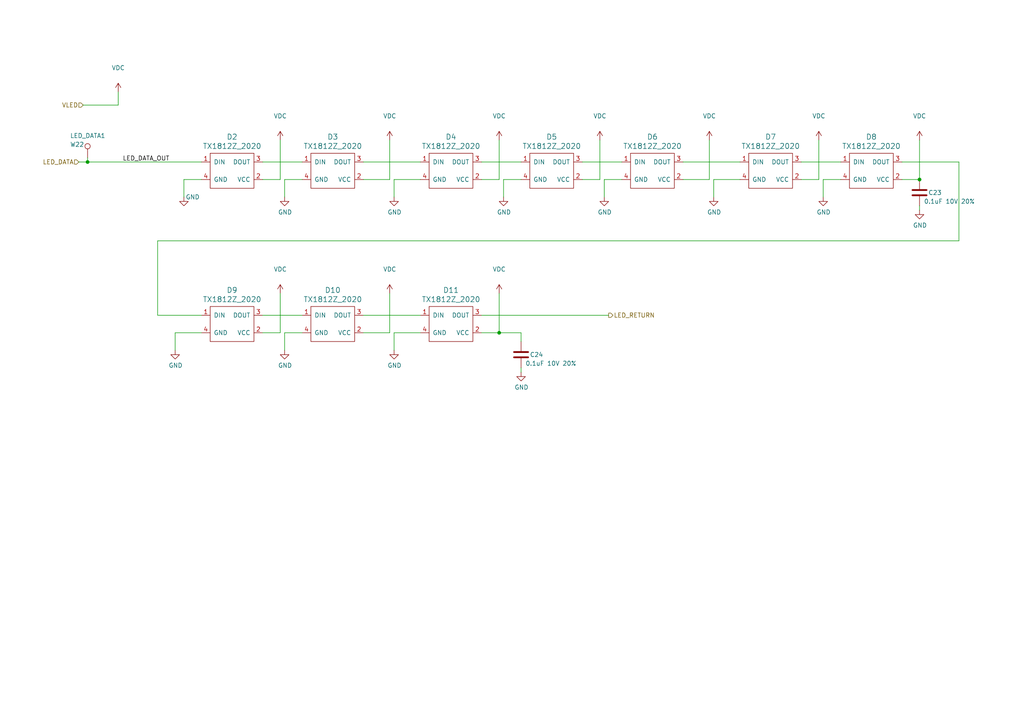
<source format=kicad_sch>
(kicad_sch (version 20211123) (generator eeschema)
  (paper "A4")
  (title_block (title "Pixels D20 Schematic, LEDs") (date "2020-04-13") (rev "2") (company "Systemic Games, LLC"))
  (lib_symbols
    (symbol "Device:C" (pin_numbers hide) (pin_names (offset 0.254))
      (property "Reference" "C" (at 0.635 2.54 0))
      (property "Value" "C" (at 0.635 -2.54 0))
      (symbol "C_0_1"
        (polyline (pts (xy -2.032 -0.762) (xy 2.032 -0.762)) (stroke (width 0.508)))
        (polyline (pts (xy -2.032 0.762) (xy 2.032 0.762)) (stroke (width 0.508)))
      )
      (symbol "C_1_1"
        (pin passive line (at 0 3.81 270) (length 2.794) (name "~") (number "1"))
        (pin passive line (at 0 -3.81 90) (length 2.794) (name "~") (number "2"))
      )
    )
    (symbol "Pixels-dice:TEST_1P-conn" (pin_numbers hide) (pin_names (offset 0.762) hide)
      (property "Reference" "W" (at 0 6.858 0))
      (property "Value" "TEST_1P-conn" (at 0 5.08 0))
      (symbol "TEST_1P-conn_0_1"
        (circle (center 0 3.302) (radius 0.762))
      )
      (symbol "TEST_1P-conn_1_1"
        (pin passive line (at 0 0 90) (length 2.54) (name "1") (number "1"))
      )
    )
    (symbol "Pixels-dice:TX1812Z_2020" (pin_names (offset 1.016))
      (property "Reference" "D" (at 0 -6.35 0))
      (property "Value" "TX1812Z_2020" (at 0 6.35 0))
      (symbol "TX1812Z_2020_0_1"
        (rectangle (start -6.35 5.08) (end 6.35 -5.08))
      )
      (symbol "TX1812Z_2020_1_1"
        (pin input line (at -8.89 2.54 0) (length 2.54) (name "DIN") (number "1"))
        (pin power_in line (at 8.89 -2.54 180) (length 2.54) (name "VCC") (number "2"))
        (pin output line (at 8.89 2.54 180) (length 2.54) (name "DOUT") (number "3"))
        (pin power_in line (at -8.89 -2.54 0) (length 2.54) (name "GND") (number "4"))
      )
    )
    (symbol "power:GND" (power) (pin_names (offset 0))
      (property "Value" "GND" (at 0 -3.81 0))
      (symbol "GND_0_1"
        (polyline (pts (xy 0 0) (xy 0 -1.27) (xy 1.27 -1.27) (xy 0 -2.54) (xy -1.27 -1.27) (xy 0 -1.27)))
      )
      (symbol "GND_1_1"
        (pin power_in line (at 0 0 270) (length 0) hide (name "GND") (number "1"))
      )
    )
    (symbol "power:VDC" (power) (pin_names (offset 0))
      (property "Value" "VDC" (at 0 6.35 0))
      (symbol "VDC_0_1"
        (polyline (pts (xy -0.762 1.27) (xy 0 2.54)))
        (polyline (pts (xy 0 0) (xy 0 2.54)))
        (polyline (pts (xy 0 2.54) (xy 0.762 1.27)))
      )
      (symbol "VDC_1_1"
        (pin power_in line (at 0 0 90) (length 0) hide (name "VDC") (number "1"))
      )
    )
  )
  (junction (at 25.4 46.99))
  (junction (at 144.78 96.52))
  (junction (at 266.7 52.07))
  (wire (pts (xy 144.78 96.52) (xy 151.13 96.52)))
  (wire (pts (xy 76.2 91.44) (xy 87.63 91.44)))
  (wire (pts (xy 105.41 52.07) (xy 113.03 52.07)))
  (wire (pts (xy 278.13 69.85) (xy 45.72 69.85)))
  (wire (pts (xy 53.34 52.07) (xy 53.34 57.15)))
  (wire (pts (xy 207.01 52.07) (xy 207.01 57.15)))
  (wire (pts (xy 151.13 99.06) (xy 151.13 96.52)))
  (wire (pts (xy 278.13 46.99) (xy 278.13 69.85)))
  (wire (pts (xy 81.28 85.09) (xy 81.28 96.52)))
  (wire (pts (xy 175.26 52.07) (xy 175.26 57.15)))
  (wire (pts (xy 266.7 59.69) (xy 266.7 60.96)))
  (wire (pts (xy 205.74 40.64) (xy 205.74 52.07)))
  (wire (pts (xy 238.76 57.15) (xy 238.76 52.07)))
  (wire (pts (xy 168.91 52.07) (xy 173.99 52.07)))
  (wire (pts (xy 232.41 52.07) (xy 237.49 52.07)))
  (wire (pts (xy 114.3 52.07) (xy 114.3 57.15)))
  (wire (pts (xy 198.12 52.07) (xy 205.74 52.07)))
  (wire (pts (xy 151.13 106.68) (xy 151.13 107.95)))
  (wire (pts (xy 114.3 96.52) (xy 121.92 96.52)))
  (wire (pts (xy 25.4 45.72) (xy 25.4 46.99)))
  (wire (pts (xy 76.2 46.99) (xy 87.63 46.99)))
  (wire (pts (xy 232.41 46.99) (xy 243.84 46.99)))
  (wire (pts (xy 50.8 96.52) (xy 58.42 96.52)))
  (wire (pts (xy 53.34 52.07) (xy 58.42 52.07)))
  (wire (pts (xy 45.72 69.85) (xy 45.72 91.44)))
  (wire (pts (xy 34.29 30.48) (xy 34.29 26.67)))
  (wire (pts (xy 105.41 91.44) (xy 121.92 91.44)))
  (wire (pts (xy 198.12 46.99) (xy 214.63 46.99)))
  (wire (pts (xy 139.7 96.52) (xy 144.78 96.52)))
  (wire (pts (xy 139.7 52.07) (xy 144.78 52.07)))
  (wire (pts (xy 266.7 40.64) (xy 266.7 52.07)))
  (wire (pts (xy 114.3 96.52) (xy 114.3 101.6)))
  (wire (pts (xy 25.4 46.99) (xy 58.42 46.99)))
  (wire (pts (xy 105.41 96.52) (xy 113.03 96.52)))
  (wire (pts (xy 146.05 57.15) (xy 146.05 52.07)))
  (wire (pts (xy 113.03 40.64) (xy 113.03 52.07)))
  (wire (pts (xy 144.78 40.64) (xy 144.78 52.07)))
  (wire (pts (xy 261.62 52.07) (xy 266.7 52.07)))
  (wire (pts (xy 139.7 46.99) (xy 151.13 46.99)))
  (wire (pts (xy 82.55 52.07) (xy 87.63 52.07)))
  (wire (pts (xy 139.7 91.44) (xy 176.53 91.44)))
  (wire (pts (xy 105.41 46.99) (xy 121.92 46.99)))
  (wire (pts (xy 114.3 52.07) (xy 121.92 52.07)))
  (wire (pts (xy 45.72 91.44) (xy 58.42 91.44)))
  (wire (pts (xy 175.26 52.07) (xy 180.34 52.07)))
  (wire (pts (xy 146.05 52.07) (xy 151.13 52.07)))
  (wire (pts (xy 168.91 46.99) (xy 180.34 46.99)))
  (wire (pts (xy 22.86 46.99) (xy 25.4 46.99)))
  (wire (pts (xy 76.2 52.07) (xy 81.28 52.07)))
  (wire (pts (xy 237.49 40.64) (xy 237.49 52.07)))
  (wire (pts (xy 113.03 85.09) (xy 113.03 96.52)))
  (wire (pts (xy 173.99 40.64) (xy 173.99 52.07)))
  (wire (pts (xy 261.62 46.99) (xy 278.13 46.99)))
  (wire (pts (xy 81.28 40.64) (xy 81.28 52.07)))
  (wire (pts (xy 82.55 101.6) (xy 82.55 96.52)))
  (wire (pts (xy 207.01 52.07) (xy 214.63 52.07)))
  (wire (pts (xy 24.13 30.48) (xy 34.29 30.48)))
  (wire (pts (xy 82.55 57.15) (xy 82.55 52.07)))
  (wire (pts (xy 82.55 96.52) (xy 87.63 96.52)))
  (wire (pts (xy 238.76 52.07) (xy 243.84 52.07)))
  (wire (pts (xy 76.2 96.52) (xy 81.28 96.52)))
  (wire (pts (xy 50.8 96.52) (xy 50.8 101.6)))
  (wire (pts (xy 144.78 85.09) (xy 144.78 96.52)))
  (label "LED_DATA_OUT" (at 35.56 46.99 0))
  (hierarchical_label "LED_DATA" (shape input) (at 22.86 46.99 180))
  (hierarchical_label "LED_RETURN" (shape output) (at 176.53 91.44 0))
  (hierarchical_label "VLED" (shape input) (at 24.13 30.48 180))
  (symbol (lib_id "Pixels-dice:TEST_1P-conn") (at 25.4 45.72 0) (unit 1)
    (property "Reference" "W22" (at 20.32 41.91 0) (effects (justify left)))
    (property "Value" "LED_DATA1" (at 20.32 39.37 0) (effects (justify left)))
    (property "Footprint" "Pixels-dice:TEST_PIN" (effects hide))
    (property "Generic OK" "N/A" (effects hide))
  )
  (symbol (lib_id "power:VDC") (at 34.29 26.67 0) (unit 1)
    (property "Reference" "#PWR0102" (effects hide))
    (property "Value" "VDC" (at 34.29 19.685 0))
  )
  (symbol (lib_id "power:VDC") (at 81.28 40.64 0) (unit 1)
    (property "Reference" "#PWR0103" (effects hide))
    (property "Value" "VDC" (at 81.28 33.655 0))
  )
  (symbol (lib_id "power:VDC") (at 113.03 40.64 0) (unit 1)
    (property "Reference" "#PWR0104" (effects hide))
    (property "Value" "VDC" (at 113.03 33.655 0))
  )
  (symbol (lib_id "power:GND") (at 53.34 57.15 0) (unit 1)
    (property "Reference" "#PWR0105" (effects hide))
    (property "Value" "GND" (at 55.88 57.15 0))
  )
  (symbol (lib_id "power:GND") (at 82.55 57.15 0) (unit 1)
    (property "Reference" "#PWR0106" (effects hide))
    (property "Value" "GND" (at 82.677 61.5442 0))
  )
  (symbol (lib_id "power:VDC") (at 144.78 40.64 0) (unit 1)
    (property "Reference" "#PWR0107" (effects hide))
    (property "Value" "VDC" (at 144.78 33.655 0))
  )
  (symbol (lib_id "power:VDC") (at 173.99 40.64 0) (unit 1)
    (property "Reference" "#PWR0108" (effects hide))
    (property "Value" "VDC" (at 173.99 33.655 0))
  )
  (symbol (lib_id "power:GND") (at 114.3 57.15 0) (unit 1)
    (property "Reference" "#PWR0109" (effects hide))
    (property "Value" "GND" (at 114.427 61.5442 0))
  )
  (symbol (lib_id "power:GND") (at 146.05 57.15 0) (unit 1)
    (property "Reference" "#PWR0110" (effects hide))
    (property "Value" "GND" (at 146.177 61.5442 0))
  )
  (symbol (lib_id "power:VDC") (at 205.74 40.64 0) (unit 1)
    (property "Reference" "#PWR0111" (effects hide))
    (property "Value" "VDC" (at 205.74 33.655 0))
  )
  (symbol (lib_id "power:VDC") (at 237.49 40.64 0) (unit 1)
    (property "Reference" "#PWR0112" (effects hide))
    (property "Value" "VDC" (at 237.49 33.655 0))
  )
  (symbol (lib_id "power:VDC") (at 266.7 40.64 0) (unit 1)
    (property "Reference" "#PWR0113" (effects hide))
    (property "Value" "VDC" (at 266.7 33.655 0))
  )
  (symbol (lib_id "power:GND") (at 207.01 57.15 0) (unit 1)
    (property "Reference" "#PWR0114" (effects hide))
    (property "Value" "GND" (at 207.137 61.5442 0))
  )
  (symbol (lib_id "power:GND") (at 238.76 57.15 0) (unit 1)
    (property "Reference" "#PWR0115" (effects hide))
    (property "Value" "GND" (at 238.887 61.5442 0))
  )
  (symbol (lib_id "power:GND") (at 175.26 57.15 0) (unit 1)
    (property "Reference" "#PWR0116" (effects hide))
    (property "Value" "GND" (at 175.387 61.5442 0))
  )
  (symbol (lib_id "power:VDC") (at 81.28 85.09 0) (unit 1)
    (property "Reference" "#PWR0117" (effects hide))
    (property "Value" "VDC" (at 81.28 78.105 0))
  )
  (symbol (lib_id "power:VDC") (at 113.03 85.09 0) (unit 1)
    (property "Reference" "#PWR0118" (effects hide))
    (property "Value" "VDC" (at 113.03 78.105 0))
  )
  (symbol (lib_id "power:GND") (at 50.8 101.6 0) (unit 1)
    (property "Reference" "#PWR0119" (effects hide))
    (property "Value" "GND" (at 50.927 105.9942 0))
  )
  (symbol (lib_id "power:GND") (at 82.55 101.6 0) (unit 1)
    (property "Reference" "#PWR0120" (effects hide))
    (property "Value" "GND" (at 82.677 105.9942 0))
  )
  (symbol (lib_id "power:VDC") (at 144.78 85.09 0) (unit 1)
    (property "Reference" "#PWR019" (effects hide))
    (property "Value" "VDC" (at 144.78 78.105 0))
  )
  (symbol (lib_id "power:GND") (at 114.3 101.6 0) (unit 1)
    (property "Reference" "#PWR0122" (effects hide))
    (property "Value" "GND" (at 114.427 105.9942 0))
  )
  (symbol (lib_id "Device:C") (at 266.7 55.88 0) (unit 1)
    (property "Reference" "C23" (at 269.24 55.88 0) (effects (justify left)))
    (property "Value" "0.1uF 10V 20%" (at 267.97 58.42 0) (effects (justify left)))
    (property "Footprint" "Capacitor_SMD:C_0402_1005Metric" (effects hide))
    (property "Generic OK" "YES" (effects hide))
    (property "Pixels Part Number" "SMD-C005" (effects hide))
    (property "Manufacturer" "Murata" (effects hide))
    (property "Manufacturer Part Number" "GRM155R61H104KE19D" (effects hide))
  )
  (symbol (lib_id "power:GND") (at 266.7 60.96 0) (unit 1)
    (property "Reference" "#PWR0140" (effects hide))
    (property "Value" "GND" (at 266.827 65.3542 0))
  )
  (symbol (lib_id "Device:C") (at 151.13 102.87 0) (unit 1)
    (property "Reference" "C24" (at 153.67 102.87 0) (effects (justify left)))
    (property "Value" "0.1uF 10V 20%" (at 152.4 105.41 0) (effects (justify left)))
    (property "Footprint" "Capacitor_SMD:C_0402_1005Metric" (effects hide))
    (property "Generic OK" "YES" (effects hide))
    (property "Pixels Part Number" "SMD-C005" (effects hide))
    (property "Manufacturer" "Murata" (effects hide))
    (property "Manufacturer Part Number" "GRM155R61H104KE19D" (effects hide))
  )
  (symbol (lib_id "power:GND") (at 151.13 107.95 0) (unit 1)
    (property "Reference" "#PWR0141" (effects hide))
    (property "Value" "GND" (at 151.257 112.3442 0))
  )
  (symbol (lib_id "Pixels-dice:TX1812Z_2020") (at 67.31 49.53 0) (unit 1)
    (property "Reference" "D2" (at 67.31 39.7002 0) (effects (font (size 1.524 1.524))))
    (property "Value" "TX1812Z_2020" (at 67.31 42.3926 0) (effects (font (size 1.524 1.524))))
    (property "Footprint" "Pixels-dice:TX1812Z_2020" (effects hide))
    (property "Manufacturer" "TCWIN" (effects hide))
    (property "Manufacturer Part Number" "TX1812Z 2020" (effects hide))
    (property "Pixels Part Number" "SMD-D002-ALT2" (effects hide))
    (property "Generic OK" "NO" (effects hide))
  )
  (symbol (lib_id "Pixels-dice:TX1812Z_2020") (at 96.52 49.53 0) (unit 1)
    (property "Reference" "D3" (at 96.52 39.7002 0) (effects (font (size 1.524 1.524))))
    (property "Value" "TX1812Z_2020" (at 96.52 42.3926 0) (effects (font (size 1.524 1.524))))
    (property "Footprint" "Pixels-dice:TX1812Z_2020" (effects hide))
    (property "Manufacturer" "TCWIN" (effects hide))
    (property "Manufacturer Part Number" "TX1812Z 2020" (effects hide))
    (property "Pixels Part Number" "SMD-D002-ALT2" (effects hide))
    (property "Generic OK" "NO" (effects hide))
  )
  (symbol (lib_id "Pixels-dice:TX1812Z_2020") (at 130.81 49.53 0) (unit 1)
    (property "Reference" "D4" (at 130.81 39.7002 0) (effects (font (size 1.524 1.524))))
    (property "Value" "TX1812Z_2020" (at 130.81 42.3926 0) (effects (font (size 1.524 1.524))))
    (property "Footprint" "Pixels-dice:TX1812Z_2020" (effects hide))
    (property "Manufacturer" "TCWIN" (effects hide))
    (property "Manufacturer Part Number" "TX1812Z 2020" (effects hide))
    (property "Pixels Part Number" "SMD-D002-ALT2" (effects hide))
    (property "Generic OK" "NO" (effects hide))
  )
  (symbol (lib_id "Pixels-dice:TX1812Z_2020") (at 160.02 49.53 0) (unit 1)
    (property "Reference" "D5" (at 160.02 39.7002 0) (effects (font (size 1.524 1.524))))
    (property "Value" "TX1812Z_2020" (at 160.02 42.3926 0) (effects (font (size 1.524 1.524))))
    (property "Footprint" "Pixels-dice:TX1812Z_2020" (effects hide))
    (property "Manufacturer" "TCWIN" (effects hide))
    (property "Manufacturer Part Number" "TX1812Z 2020" (effects hide))
    (property "Pixels Part Number" "SMD-D002-ALT2" (effects hide))
    (property "Generic OK" "NO" (effects hide))
  )
  (symbol (lib_id "Pixels-dice:TX1812Z_2020") (at 189.23 49.53 0) (unit 1)
    (property "Reference" "D6" (at 189.23 39.7002 0) (effects (font (size 1.524 1.524))))
    (property "Value" "TX1812Z_2020" (at 189.23 42.3926 0) (effects (font (size 1.524 1.524))))
    (property "Footprint" "Pixels-dice:TX1812Z_2020" (effects hide))
    (property "Manufacturer" "TCWIN" (effects hide))
    (property "Manufacturer Part Number" "TX1812Z 2020" (effects hide))
    (property "Pixels Part Number" "SMD-D002-ALT2" (effects hide))
    (property "Generic OK" "NO" (effects hide))
  )
  (symbol (lib_id "Pixels-dice:TX1812Z_2020") (at 223.52 49.53 0) (unit 1)
    (property "Reference" "D7" (at 223.52 39.7002 0) (effects (font (size 1.524 1.524))))
    (property "Value" "TX1812Z_2020" (at 223.52 42.3926 0) (effects (font (size 1.524 1.524))))
    (property "Footprint" "Pixels-dice:TX1812Z_2020" (effects hide))
    (property "Manufacturer" "TCWIN" (effects hide))
    (property "Manufacturer Part Number" "TX1812Z 2020" (effects hide))
    (property "Pixels Part Number" "SMD-D002-ALT2" (effects hide))
    (property "Generic OK" "NO" (effects hide))
  )
  (symbol (lib_id "Pixels-dice:TX1812Z_2020") (at 252.73 49.53 0) (unit 1)
    (property "Reference" "D8" (at 252.73 39.7002 0) (effects (font (size 1.524 1.524))))
    (property "Value" "TX1812Z_2020" (at 252.73 42.3926 0) (effects (font (size 1.524 1.524))))
    (property "Footprint" "Pixels-dice:TX1812Z_2020" (effects hide))
    (property "Manufacturer" "TCWIN" (effects hide))
    (property "Manufacturer Part Number" "TX1812Z 2020" (effects hide))
    (property "Pixels Part Number" "SMD-D002-ALT2" (effects hide))
    (property "Generic OK" "NO" (effects hide))
  )
  (symbol (lib_id "Pixels-dice:TX1812Z_2020") (at 67.31 93.98 0) (unit 1)
    (property "Reference" "D9" (at 67.31 84.1502 0) (effects (font (size 1.524 1.524))))
    (property "Value" "TX1812Z_2020" (at 67.31 86.8426 0) (effects (font (size 1.524 1.524))))
    (property "Footprint" "Pixels-dice:TX1812Z_2020" (effects hide))
    (property "Manufacturer" "TCWIN" (effects hide))
    (property "Manufacturer Part Number" "TX1812Z 2020" (effects hide))
    (property "Pixels Part Number" "SMD-D002-ALT2" (effects hide))
    (property "Generic OK" "NO" (effects hide))
  )
  (symbol (lib_id "Pixels-dice:TX1812Z_2020") (at 96.52 93.98 0) (unit 1)
    (property "Reference" "D10" (at 96.52 84.1502 0) (effects (font (size 1.524 1.524))))
    (property "Value" "TX1812Z_2020" (at 96.52 86.8426 0) (effects (font (size 1.524 1.524))))
    (property "Footprint" "Pixels-dice:TX1812Z_2020" (effects hide))
    (property "Manufacturer" "TCWIN" (effects hide))
    (property "Manufacturer Part Number" "TX1812Z 2020" (effects hide))
    (property "Pixels Part Number" "SMD-D002-ALT2" (effects hide))
    (property "Generic OK" "NO" (effects hide))
  )
  (symbol (lib_id "Pixels-dice:TX1812Z_2020") (at 130.81 93.98 0) (unit 1)
    (property "Reference" "D11" (at 130.81 84.1502 0) (effects (font (size 1.524 1.524))))
    (property "Value" "TX1812Z_2020" (at 130.81 86.8426 0) (effects (font (size 1.524 1.524))))
    (property "Footprint" "Pixels-dice:TX1812Z_2020" (effects hide))
    (property "Manufacturer" "TCWIN" (effects hide))
    (property "Manufacturer Part Number" "TX1812Z 2020" (effects hide))
    (property "Pixels Part Number" "SMD-D002-ALT2" (effects hide))
    (property "Generic OK" "NO" (effects hide))
  )
)
</source>
